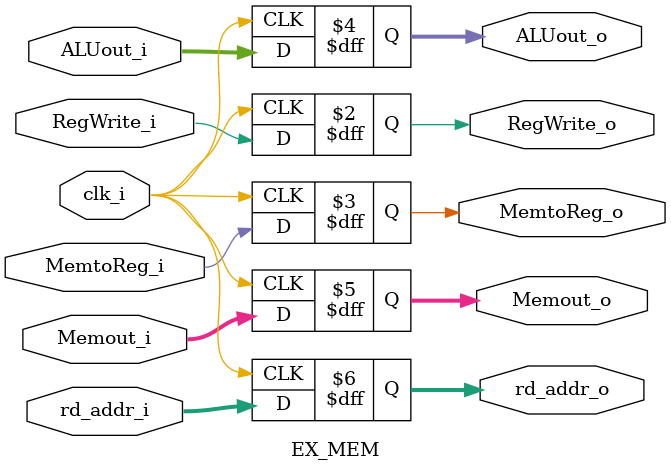
<source format=v>
module EX_MEM
(
    clk_i,

    RegWrite_i,
    MemtoReg_i,
    ALUout_i,
    Memout_i,
    rd_addr_i,

    RegWrite_o,
    MemtoReg_o,
    ALUout_o,
    Memout_o,
    rd_addr_o
);

// Interface
input          clk_i;
input          RegWrite_i, MemtoReg_i;

input  [31:0]  ALUout_i, Memout_i;
input   [4:0]  rd_addr_i;

output         RegWrite_o, MemtoReg_o;

output [31:0]  ALUout_o, Memout_o;
output  [4:0]  rd_addr_o;
// memory
reg            RegWrite_o, MemtoReg_o;

reg    [31:0]  ALUout_o, Memout_o;
reg     [4:0]  rd_addr_o;

always@(posedge clk_i) begin
    // use all non-blocking
    RegWrite_o  <=  RegWrite_i;
    MemtoReg_o  <=  MemtoReg_i;
    ALUout_o    <=  ALUout_i;
    Memout_o    <=  Memout_i;
    rd_addr_o   <=  rd_addr_i;
end

endmodule
</source>
